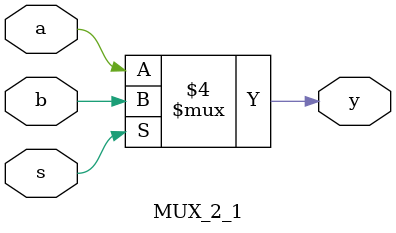
<source format=v>

module MUX_2_1(y,a,b,s);
output y; reg y;       // output
input a,b,s;           // input

// Logic
always @(a or b or s)
begin
        if (s==1)
                y=b;
        else
                y=a;
end
endmodule

</source>
